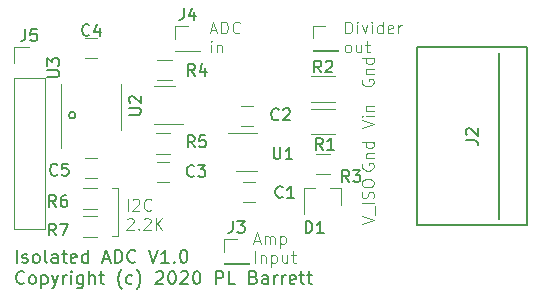
<source format=gbr>
%TF.GenerationSoftware,KiCad,Pcbnew,(5.1.6)-1*%
%TF.CreationDate,2020-11-03T17:55:30-08:00*%
%TF.ProjectId,adc_i2c_iso,6164635f-6932-4635-9f69-736f2e6b6963,rev?*%
%TF.SameCoordinates,Original*%
%TF.FileFunction,Legend,Top*%
%TF.FilePolarity,Positive*%
%FSLAX46Y46*%
G04 Gerber Fmt 4.6, Leading zero omitted, Abs format (unit mm)*
G04 Created by KiCad (PCBNEW (5.1.6)-1) date 2020-11-03 17:55:30*
%MOMM*%
%LPD*%
G01*
G04 APERTURE LIST*
%ADD10C,0.120000*%
%ADD11C,0.100000*%
%ADD12C,0.150000*%
G04 APERTURE END LIST*
D10*
X108316095Y-106142380D02*
X108316095Y-105142380D01*
X108744666Y-105237619D02*
X108792285Y-105190000D01*
X108887523Y-105142380D01*
X109125619Y-105142380D01*
X109220857Y-105190000D01*
X109268476Y-105237619D01*
X109316095Y-105332857D01*
X109316095Y-105428095D01*
X109268476Y-105570952D01*
X108697047Y-106142380D01*
X109316095Y-106142380D01*
X110316095Y-106047142D02*
X110268476Y-106094761D01*
X110125619Y-106142380D01*
X110030380Y-106142380D01*
X109887523Y-106094761D01*
X109792285Y-105999523D01*
X109744666Y-105904285D01*
X109697047Y-105713809D01*
X109697047Y-105570952D01*
X109744666Y-105380476D01*
X109792285Y-105285238D01*
X109887523Y-105190000D01*
X110030380Y-105142380D01*
X110125619Y-105142380D01*
X110268476Y-105190000D01*
X110316095Y-105237619D01*
X108268476Y-106857619D02*
X108316095Y-106810000D01*
X108411333Y-106762380D01*
X108649428Y-106762380D01*
X108744666Y-106810000D01*
X108792285Y-106857619D01*
X108839904Y-106952857D01*
X108839904Y-107048095D01*
X108792285Y-107190952D01*
X108220857Y-107762380D01*
X108839904Y-107762380D01*
X109268476Y-107667142D02*
X109316095Y-107714761D01*
X109268476Y-107762380D01*
X109220857Y-107714761D01*
X109268476Y-107667142D01*
X109268476Y-107762380D01*
X109697047Y-106857619D02*
X109744666Y-106810000D01*
X109839904Y-106762380D01*
X110078000Y-106762380D01*
X110173238Y-106810000D01*
X110220857Y-106857619D01*
X110268476Y-106952857D01*
X110268476Y-107048095D01*
X110220857Y-107190952D01*
X109649428Y-107762380D01*
X110268476Y-107762380D01*
X110697047Y-107762380D02*
X110697047Y-106762380D01*
X111268476Y-107762380D02*
X110839904Y-107190952D01*
X111268476Y-106762380D02*
X110697047Y-107333809D01*
X107500000Y-108250000D02*
X107000000Y-108250000D01*
X107500000Y-104250000D02*
X107500000Y-108250000D01*
X107000000Y-104250000D02*
X107500000Y-104250000D01*
X128161960Y-107293800D02*
X129161960Y-106960467D01*
X128161960Y-106627134D01*
X129257199Y-106531896D02*
X129257199Y-105769991D01*
X129161960Y-105531896D02*
X128161960Y-105531896D01*
X129114341Y-105103324D02*
X129161960Y-104960467D01*
X129161960Y-104722372D01*
X129114341Y-104627134D01*
X129066722Y-104579515D01*
X128971484Y-104531896D01*
X128876246Y-104531896D01*
X128781008Y-104579515D01*
X128733389Y-104627134D01*
X128685770Y-104722372D01*
X128638151Y-104912848D01*
X128590532Y-105008086D01*
X128542913Y-105055705D01*
X128447675Y-105103324D01*
X128352437Y-105103324D01*
X128257199Y-105055705D01*
X128209580Y-105008086D01*
X128161960Y-104912848D01*
X128161960Y-104674753D01*
X128209580Y-104531896D01*
X128161960Y-103912848D02*
X128161960Y-103722372D01*
X128209580Y-103627134D01*
X128304818Y-103531896D01*
X128495294Y-103484277D01*
X128828627Y-103484277D01*
X129019103Y-103531896D01*
X129114341Y-103627134D01*
X129161960Y-103722372D01*
X129161960Y-103912848D01*
X129114341Y-104008086D01*
X129019103Y-104103324D01*
X128828627Y-104150943D01*
X128495294Y-104150943D01*
X128304818Y-104103324D01*
X128209580Y-104008086D01*
X128161960Y-103912848D01*
X128161960Y-99161789D02*
X129161960Y-98828456D01*
X128161960Y-98495122D01*
X129161960Y-98161789D02*
X128495294Y-98161789D01*
X128161960Y-98161789D02*
X128209580Y-98209408D01*
X128257199Y-98161789D01*
X128209580Y-98114170D01*
X128161960Y-98161789D01*
X128257199Y-98161789D01*
X128495294Y-97685599D02*
X129161960Y-97685599D01*
X128590532Y-97685599D02*
X128542913Y-97637980D01*
X128495294Y-97542741D01*
X128495294Y-97399884D01*
X128542913Y-97304646D01*
X128638151Y-97257027D01*
X129161960Y-97257027D01*
X128209580Y-102174277D02*
X128161960Y-102269515D01*
X128161960Y-102412372D01*
X128209580Y-102555229D01*
X128304818Y-102650467D01*
X128400056Y-102698086D01*
X128590532Y-102745705D01*
X128733389Y-102745705D01*
X128923865Y-102698086D01*
X129019103Y-102650467D01*
X129114341Y-102555229D01*
X129161960Y-102412372D01*
X129161960Y-102317134D01*
X129114341Y-102174277D01*
X129066722Y-102126658D01*
X128733389Y-102126658D01*
X128733389Y-102317134D01*
X128495294Y-101698086D02*
X129161960Y-101698086D01*
X128590532Y-101698086D02*
X128542913Y-101650467D01*
X128495294Y-101555229D01*
X128495294Y-101412372D01*
X128542913Y-101317134D01*
X128638151Y-101269515D01*
X129161960Y-101269515D01*
X129161960Y-100364753D02*
X128161960Y-100364753D01*
X129114341Y-100364753D02*
X129161960Y-100459991D01*
X129161960Y-100650467D01*
X129114341Y-100745705D01*
X129066722Y-100793324D01*
X128971484Y-100840943D01*
X128685770Y-100840943D01*
X128590532Y-100793324D01*
X128542913Y-100745705D01*
X128495294Y-100650467D01*
X128495294Y-100459991D01*
X128542913Y-100364753D01*
X128209580Y-95049577D02*
X128161960Y-95144815D01*
X128161960Y-95287672D01*
X128209580Y-95430529D01*
X128304818Y-95525767D01*
X128400056Y-95573386D01*
X128590532Y-95621005D01*
X128733389Y-95621005D01*
X128923865Y-95573386D01*
X129019103Y-95525767D01*
X129114341Y-95430529D01*
X129161960Y-95287672D01*
X129161960Y-95192434D01*
X129114341Y-95049577D01*
X129066722Y-95001958D01*
X128733389Y-95001958D01*
X128733389Y-95192434D01*
X128495294Y-94573386D02*
X129161960Y-94573386D01*
X128590532Y-94573386D02*
X128542913Y-94525767D01*
X128495294Y-94430529D01*
X128495294Y-94287672D01*
X128542913Y-94192434D01*
X128638151Y-94144815D01*
X129161960Y-94144815D01*
X129161960Y-93240053D02*
X128161960Y-93240053D01*
X129114341Y-93240053D02*
X129161960Y-93335291D01*
X129161960Y-93525767D01*
X129114341Y-93621005D01*
X129066722Y-93668624D01*
X128971484Y-93716243D01*
X128685770Y-93716243D01*
X128590532Y-93668624D01*
X128542913Y-93621005D01*
X128495294Y-93525767D01*
X128495294Y-93335291D01*
X128542913Y-93240053D01*
X115353336Y-90847466D02*
X115829526Y-90847466D01*
X115258098Y-91133180D02*
X115591431Y-90133180D01*
X115924764Y-91133180D01*
X116258098Y-91133180D02*
X116258098Y-90133180D01*
X116496193Y-90133180D01*
X116639050Y-90180800D01*
X116734288Y-90276038D01*
X116781907Y-90371276D01*
X116829526Y-90561752D01*
X116829526Y-90704609D01*
X116781907Y-90895085D01*
X116734288Y-90990323D01*
X116639050Y-91085561D01*
X116496193Y-91133180D01*
X116258098Y-91133180D01*
X117829526Y-91037942D02*
X117781907Y-91085561D01*
X117639050Y-91133180D01*
X117543812Y-91133180D01*
X117400955Y-91085561D01*
X117305717Y-90990323D01*
X117258098Y-90895085D01*
X117210479Y-90704609D01*
X117210479Y-90561752D01*
X117258098Y-90371276D01*
X117305717Y-90276038D01*
X117400955Y-90180800D01*
X117543812Y-90133180D01*
X117639050Y-90133180D01*
X117781907Y-90180800D01*
X117829526Y-90228419D01*
X115400955Y-92753180D02*
X115400955Y-92086514D01*
X115400955Y-91753180D02*
X115353336Y-91800800D01*
X115400955Y-91848419D01*
X115448574Y-91800800D01*
X115400955Y-91753180D01*
X115400955Y-91848419D01*
X115877145Y-92086514D02*
X115877145Y-92753180D01*
X115877145Y-92181752D02*
X115924764Y-92134133D01*
X116020002Y-92086514D01*
X116162860Y-92086514D01*
X116258098Y-92134133D01*
X116305717Y-92229371D01*
X116305717Y-92753180D01*
X126767455Y-91133180D02*
X126767455Y-90133180D01*
X127005550Y-90133180D01*
X127148407Y-90180800D01*
X127243645Y-90276038D01*
X127291264Y-90371276D01*
X127338883Y-90561752D01*
X127338883Y-90704609D01*
X127291264Y-90895085D01*
X127243645Y-90990323D01*
X127148407Y-91085561D01*
X127005550Y-91133180D01*
X126767455Y-91133180D01*
X127767455Y-91133180D02*
X127767455Y-90466514D01*
X127767455Y-90133180D02*
X127719836Y-90180800D01*
X127767455Y-90228419D01*
X127815074Y-90180800D01*
X127767455Y-90133180D01*
X127767455Y-90228419D01*
X128148407Y-90466514D02*
X128386502Y-91133180D01*
X128624598Y-90466514D01*
X129005550Y-91133180D02*
X129005550Y-90466514D01*
X129005550Y-90133180D02*
X128957931Y-90180800D01*
X129005550Y-90228419D01*
X129053169Y-90180800D01*
X129005550Y-90133180D01*
X129005550Y-90228419D01*
X129910312Y-91133180D02*
X129910312Y-90133180D01*
X129910312Y-91085561D02*
X129815074Y-91133180D01*
X129624598Y-91133180D01*
X129529360Y-91085561D01*
X129481740Y-91037942D01*
X129434121Y-90942704D01*
X129434121Y-90656990D01*
X129481740Y-90561752D01*
X129529360Y-90514133D01*
X129624598Y-90466514D01*
X129815074Y-90466514D01*
X129910312Y-90514133D01*
X130767455Y-91085561D02*
X130672217Y-91133180D01*
X130481740Y-91133180D01*
X130386502Y-91085561D01*
X130338883Y-90990323D01*
X130338883Y-90609371D01*
X130386502Y-90514133D01*
X130481740Y-90466514D01*
X130672217Y-90466514D01*
X130767455Y-90514133D01*
X130815074Y-90609371D01*
X130815074Y-90704609D01*
X130338883Y-90799847D01*
X131243645Y-91133180D02*
X131243645Y-90466514D01*
X131243645Y-90656990D02*
X131291264Y-90561752D01*
X131338883Y-90514133D01*
X131434121Y-90466514D01*
X131529360Y-90466514D01*
X126910312Y-92753180D02*
X126815074Y-92705561D01*
X126767455Y-92657942D01*
X126719836Y-92562704D01*
X126719836Y-92276990D01*
X126767455Y-92181752D01*
X126815074Y-92134133D01*
X126910312Y-92086514D01*
X127053169Y-92086514D01*
X127148407Y-92134133D01*
X127196026Y-92181752D01*
X127243645Y-92276990D01*
X127243645Y-92562704D01*
X127196026Y-92657942D01*
X127148407Y-92705561D01*
X127053169Y-92753180D01*
X126910312Y-92753180D01*
X128100788Y-92086514D02*
X128100788Y-92753180D01*
X127672217Y-92086514D02*
X127672217Y-92610323D01*
X127719836Y-92705561D01*
X127815074Y-92753180D01*
X127957931Y-92753180D01*
X128053169Y-92705561D01*
X128100788Y-92657942D01*
X128434121Y-92086514D02*
X128815074Y-92086514D01*
X128576979Y-91753180D02*
X128576979Y-92610323D01*
X128624598Y-92705561D01*
X128719836Y-92753180D01*
X128815074Y-92753180D01*
D11*
X119023664Y-108683186D02*
X119499855Y-108683186D01*
X118928426Y-108968900D02*
X119261760Y-107968900D01*
X119595093Y-108968900D01*
X119928426Y-108968900D02*
X119928426Y-108302234D01*
X119928426Y-108397472D02*
X119976045Y-108349853D01*
X120071283Y-108302234D01*
X120214140Y-108302234D01*
X120309379Y-108349853D01*
X120356998Y-108445091D01*
X120356998Y-108968900D01*
X120356998Y-108445091D02*
X120404617Y-108349853D01*
X120499855Y-108302234D01*
X120642712Y-108302234D01*
X120737950Y-108349853D01*
X120785569Y-108445091D01*
X120785569Y-108968900D01*
X121261760Y-108302234D02*
X121261760Y-109302234D01*
X121261760Y-108349853D02*
X121356998Y-108302234D01*
X121547474Y-108302234D01*
X121642712Y-108349853D01*
X121690331Y-108397472D01*
X121737950Y-108492710D01*
X121737950Y-108778424D01*
X121690331Y-108873662D01*
X121642712Y-108921281D01*
X121547474Y-108968900D01*
X121356998Y-108968900D01*
X121261760Y-108921281D01*
X119118902Y-110568900D02*
X119118902Y-109568900D01*
X119595093Y-109902234D02*
X119595093Y-110568900D01*
X119595093Y-109997472D02*
X119642712Y-109949853D01*
X119737950Y-109902234D01*
X119880807Y-109902234D01*
X119976045Y-109949853D01*
X120023664Y-110045091D01*
X120023664Y-110568900D01*
X120499855Y-109902234D02*
X120499855Y-110902234D01*
X120499855Y-109949853D02*
X120595093Y-109902234D01*
X120785569Y-109902234D01*
X120880807Y-109949853D01*
X120928426Y-109997472D01*
X120976045Y-110092710D01*
X120976045Y-110378424D01*
X120928426Y-110473662D01*
X120880807Y-110521281D01*
X120785569Y-110568900D01*
X120595093Y-110568900D01*
X120499855Y-110521281D01*
X121833188Y-109902234D02*
X121833188Y-110568900D01*
X121404617Y-109902234D02*
X121404617Y-110426043D01*
X121452236Y-110521281D01*
X121547474Y-110568900D01*
X121690331Y-110568900D01*
X121785569Y-110521281D01*
X121833188Y-110473662D01*
X122166521Y-109902234D02*
X122547474Y-109902234D01*
X122309379Y-109568900D02*
X122309379Y-110426043D01*
X122356998Y-110521281D01*
X122452236Y-110568900D01*
X122547474Y-110568900D01*
D12*
X98934264Y-110560059D02*
X98934264Y-109460059D01*
X99405693Y-110507678D02*
X99510455Y-110560059D01*
X99719979Y-110560059D01*
X99824740Y-110507678D01*
X99877121Y-110402916D01*
X99877121Y-110350535D01*
X99824740Y-110245773D01*
X99719979Y-110193392D01*
X99562836Y-110193392D01*
X99458074Y-110141011D01*
X99405693Y-110036249D01*
X99405693Y-109983868D01*
X99458074Y-109879106D01*
X99562836Y-109826725D01*
X99719979Y-109826725D01*
X99824740Y-109879106D01*
X100505693Y-110560059D02*
X100400931Y-110507678D01*
X100348550Y-110455297D01*
X100296169Y-110350535D01*
X100296169Y-110036249D01*
X100348550Y-109931487D01*
X100400931Y-109879106D01*
X100505693Y-109826725D01*
X100662836Y-109826725D01*
X100767598Y-109879106D01*
X100819979Y-109931487D01*
X100872360Y-110036249D01*
X100872360Y-110350535D01*
X100819979Y-110455297D01*
X100767598Y-110507678D01*
X100662836Y-110560059D01*
X100505693Y-110560059D01*
X101500931Y-110560059D02*
X101396169Y-110507678D01*
X101343788Y-110402916D01*
X101343788Y-109460059D01*
X102391407Y-110560059D02*
X102391407Y-109983868D01*
X102339026Y-109879106D01*
X102234264Y-109826725D01*
X102024740Y-109826725D01*
X101919979Y-109879106D01*
X102391407Y-110507678D02*
X102286645Y-110560059D01*
X102024740Y-110560059D01*
X101919979Y-110507678D01*
X101867598Y-110402916D01*
X101867598Y-110298154D01*
X101919979Y-110193392D01*
X102024740Y-110141011D01*
X102286645Y-110141011D01*
X102391407Y-110088630D01*
X102758074Y-109826725D02*
X103177121Y-109826725D01*
X102915217Y-109460059D02*
X102915217Y-110402916D01*
X102967598Y-110507678D01*
X103072360Y-110560059D01*
X103177121Y-110560059D01*
X103962836Y-110507678D02*
X103858074Y-110560059D01*
X103648550Y-110560059D01*
X103543788Y-110507678D01*
X103491407Y-110402916D01*
X103491407Y-109983868D01*
X103543788Y-109879106D01*
X103648550Y-109826725D01*
X103858074Y-109826725D01*
X103962836Y-109879106D01*
X104015217Y-109983868D01*
X104015217Y-110088630D01*
X103491407Y-110193392D01*
X104958074Y-110560059D02*
X104958074Y-109460059D01*
X104958074Y-110507678D02*
X104853312Y-110560059D01*
X104643788Y-110560059D01*
X104539026Y-110507678D01*
X104486645Y-110455297D01*
X104434264Y-110350535D01*
X104434264Y-110036249D01*
X104486645Y-109931487D01*
X104539026Y-109879106D01*
X104643788Y-109826725D01*
X104853312Y-109826725D01*
X104958074Y-109879106D01*
X106267598Y-110245773D02*
X106791407Y-110245773D01*
X106162836Y-110560059D02*
X106529502Y-109460059D01*
X106896169Y-110560059D01*
X107262836Y-110560059D02*
X107262836Y-109460059D01*
X107524740Y-109460059D01*
X107681883Y-109512440D01*
X107786645Y-109617201D01*
X107839026Y-109721963D01*
X107891407Y-109931487D01*
X107891407Y-110088630D01*
X107839026Y-110298154D01*
X107786645Y-110402916D01*
X107681883Y-110507678D01*
X107524740Y-110560059D01*
X107262836Y-110560059D01*
X108991407Y-110455297D02*
X108939026Y-110507678D01*
X108781883Y-110560059D01*
X108677121Y-110560059D01*
X108519979Y-110507678D01*
X108415217Y-110402916D01*
X108362836Y-110298154D01*
X108310455Y-110088630D01*
X108310455Y-109931487D01*
X108362836Y-109721963D01*
X108415217Y-109617201D01*
X108519979Y-109512440D01*
X108677121Y-109460059D01*
X108781883Y-109460059D01*
X108939026Y-109512440D01*
X108991407Y-109564820D01*
X110143788Y-109460059D02*
X110510455Y-110560059D01*
X110877121Y-109460059D01*
X111819979Y-110560059D02*
X111191407Y-110560059D01*
X111505693Y-110560059D02*
X111505693Y-109460059D01*
X111400931Y-109617201D01*
X111296169Y-109721963D01*
X111191407Y-109774344D01*
X112291407Y-110455297D02*
X112343788Y-110507678D01*
X112291407Y-110560059D01*
X112239026Y-110507678D01*
X112291407Y-110455297D01*
X112291407Y-110560059D01*
X113024740Y-109460059D02*
X113129502Y-109460059D01*
X113234264Y-109512440D01*
X113286645Y-109564820D01*
X113339026Y-109669582D01*
X113391407Y-109879106D01*
X113391407Y-110141011D01*
X113339026Y-110350535D01*
X113286645Y-110455297D01*
X113234264Y-110507678D01*
X113129502Y-110560059D01*
X113024740Y-110560059D01*
X112919979Y-110507678D01*
X112867598Y-110455297D01*
X112815217Y-110350535D01*
X112762836Y-110141011D01*
X112762836Y-109879106D01*
X112815217Y-109669582D01*
X112867598Y-109564820D01*
X112919979Y-109512440D01*
X113024740Y-109460059D01*
X99562836Y-112255297D02*
X99510455Y-112307678D01*
X99353312Y-112360059D01*
X99248550Y-112360059D01*
X99091407Y-112307678D01*
X98986645Y-112202916D01*
X98934264Y-112098154D01*
X98881883Y-111888630D01*
X98881883Y-111731487D01*
X98934264Y-111521963D01*
X98986645Y-111417201D01*
X99091407Y-111312440D01*
X99248550Y-111260059D01*
X99353312Y-111260059D01*
X99510455Y-111312440D01*
X99562836Y-111364820D01*
X100191407Y-112360059D02*
X100086645Y-112307678D01*
X100034264Y-112255297D01*
X99981883Y-112150535D01*
X99981883Y-111836249D01*
X100034264Y-111731487D01*
X100086645Y-111679106D01*
X100191407Y-111626725D01*
X100348550Y-111626725D01*
X100453312Y-111679106D01*
X100505693Y-111731487D01*
X100558074Y-111836249D01*
X100558074Y-112150535D01*
X100505693Y-112255297D01*
X100453312Y-112307678D01*
X100348550Y-112360059D01*
X100191407Y-112360059D01*
X101029502Y-111626725D02*
X101029502Y-112726725D01*
X101029502Y-111679106D02*
X101134264Y-111626725D01*
X101343788Y-111626725D01*
X101448550Y-111679106D01*
X101500931Y-111731487D01*
X101553312Y-111836249D01*
X101553312Y-112150535D01*
X101500931Y-112255297D01*
X101448550Y-112307678D01*
X101343788Y-112360059D01*
X101134264Y-112360059D01*
X101029502Y-112307678D01*
X101919979Y-111626725D02*
X102181883Y-112360059D01*
X102443788Y-111626725D02*
X102181883Y-112360059D01*
X102077121Y-112621963D01*
X102024740Y-112674344D01*
X101919979Y-112726725D01*
X102862836Y-112360059D02*
X102862836Y-111626725D01*
X102862836Y-111836249D02*
X102915217Y-111731487D01*
X102967598Y-111679106D01*
X103072360Y-111626725D01*
X103177121Y-111626725D01*
X103543788Y-112360059D02*
X103543788Y-111626725D01*
X103543788Y-111260059D02*
X103491407Y-111312440D01*
X103543788Y-111364820D01*
X103596169Y-111312440D01*
X103543788Y-111260059D01*
X103543788Y-111364820D01*
X104539026Y-111626725D02*
X104539026Y-112517201D01*
X104486645Y-112621963D01*
X104434264Y-112674344D01*
X104329502Y-112726725D01*
X104172360Y-112726725D01*
X104067598Y-112674344D01*
X104539026Y-112307678D02*
X104434264Y-112360059D01*
X104224740Y-112360059D01*
X104119979Y-112307678D01*
X104067598Y-112255297D01*
X104015217Y-112150535D01*
X104015217Y-111836249D01*
X104067598Y-111731487D01*
X104119979Y-111679106D01*
X104224740Y-111626725D01*
X104434264Y-111626725D01*
X104539026Y-111679106D01*
X105062836Y-112360059D02*
X105062836Y-111260059D01*
X105534264Y-112360059D02*
X105534264Y-111783868D01*
X105481883Y-111679106D01*
X105377121Y-111626725D01*
X105219979Y-111626725D01*
X105115217Y-111679106D01*
X105062836Y-111731487D01*
X105900931Y-111626725D02*
X106319979Y-111626725D01*
X106058074Y-111260059D02*
X106058074Y-112202916D01*
X106110455Y-112307678D01*
X106215217Y-112360059D01*
X106319979Y-112360059D01*
X107839026Y-112779106D02*
X107786645Y-112726725D01*
X107681883Y-112569582D01*
X107629502Y-112464820D01*
X107577121Y-112307678D01*
X107524740Y-112045773D01*
X107524740Y-111836249D01*
X107577121Y-111574344D01*
X107629502Y-111417201D01*
X107681883Y-111312440D01*
X107786645Y-111155297D01*
X107839026Y-111102916D01*
X108729502Y-112307678D02*
X108624740Y-112360059D01*
X108415217Y-112360059D01*
X108310455Y-112307678D01*
X108258074Y-112255297D01*
X108205693Y-112150535D01*
X108205693Y-111836249D01*
X108258074Y-111731487D01*
X108310455Y-111679106D01*
X108415217Y-111626725D01*
X108624740Y-111626725D01*
X108729502Y-111679106D01*
X109096169Y-112779106D02*
X109148550Y-112726725D01*
X109253312Y-112569582D01*
X109305693Y-112464820D01*
X109358074Y-112307678D01*
X109410455Y-112045773D01*
X109410455Y-111836249D01*
X109358074Y-111574344D01*
X109305693Y-111417201D01*
X109253312Y-111312440D01*
X109148550Y-111155297D01*
X109096169Y-111102916D01*
X110719979Y-111364820D02*
X110772360Y-111312440D01*
X110877121Y-111260059D01*
X111139026Y-111260059D01*
X111243788Y-111312440D01*
X111296169Y-111364820D01*
X111348550Y-111469582D01*
X111348550Y-111574344D01*
X111296169Y-111731487D01*
X110667598Y-112360059D01*
X111348550Y-112360059D01*
X112029502Y-111260059D02*
X112134264Y-111260059D01*
X112239026Y-111312440D01*
X112291407Y-111364820D01*
X112343788Y-111469582D01*
X112396169Y-111679106D01*
X112396169Y-111941011D01*
X112343788Y-112150535D01*
X112291407Y-112255297D01*
X112239026Y-112307678D01*
X112134264Y-112360059D01*
X112029502Y-112360059D01*
X111924740Y-112307678D01*
X111872360Y-112255297D01*
X111819979Y-112150535D01*
X111767598Y-111941011D01*
X111767598Y-111679106D01*
X111819979Y-111469582D01*
X111872360Y-111364820D01*
X111924740Y-111312440D01*
X112029502Y-111260059D01*
X112815217Y-111364820D02*
X112867598Y-111312440D01*
X112972360Y-111260059D01*
X113234264Y-111260059D01*
X113339026Y-111312440D01*
X113391407Y-111364820D01*
X113443788Y-111469582D01*
X113443788Y-111574344D01*
X113391407Y-111731487D01*
X112762836Y-112360059D01*
X113443788Y-112360059D01*
X114124740Y-111260059D02*
X114229502Y-111260059D01*
X114334264Y-111312440D01*
X114386645Y-111364820D01*
X114439026Y-111469582D01*
X114491407Y-111679106D01*
X114491407Y-111941011D01*
X114439026Y-112150535D01*
X114386645Y-112255297D01*
X114334264Y-112307678D01*
X114229502Y-112360059D01*
X114124740Y-112360059D01*
X114019979Y-112307678D01*
X113967598Y-112255297D01*
X113915217Y-112150535D01*
X113862836Y-111941011D01*
X113862836Y-111679106D01*
X113915217Y-111469582D01*
X113967598Y-111364820D01*
X114019979Y-111312440D01*
X114124740Y-111260059D01*
X115800931Y-112360059D02*
X115800931Y-111260059D01*
X116219979Y-111260059D01*
X116324740Y-111312440D01*
X116377121Y-111364820D01*
X116429502Y-111469582D01*
X116429502Y-111626725D01*
X116377121Y-111731487D01*
X116324740Y-111783868D01*
X116219979Y-111836249D01*
X115800931Y-111836249D01*
X117424740Y-112360059D02*
X116900931Y-112360059D01*
X116900931Y-111260059D01*
X118996169Y-111783868D02*
X119153312Y-111836249D01*
X119205693Y-111888630D01*
X119258074Y-111993392D01*
X119258074Y-112150535D01*
X119205693Y-112255297D01*
X119153312Y-112307678D01*
X119048550Y-112360059D01*
X118629502Y-112360059D01*
X118629502Y-111260059D01*
X118996169Y-111260059D01*
X119100931Y-111312440D01*
X119153312Y-111364820D01*
X119205693Y-111469582D01*
X119205693Y-111574344D01*
X119153312Y-111679106D01*
X119100931Y-111731487D01*
X118996169Y-111783868D01*
X118629502Y-111783868D01*
X120200931Y-112360059D02*
X120200931Y-111783868D01*
X120148550Y-111679106D01*
X120043788Y-111626725D01*
X119834264Y-111626725D01*
X119729502Y-111679106D01*
X120200931Y-112307678D02*
X120096169Y-112360059D01*
X119834264Y-112360059D01*
X119729502Y-112307678D01*
X119677121Y-112202916D01*
X119677121Y-112098154D01*
X119729502Y-111993392D01*
X119834264Y-111941011D01*
X120096169Y-111941011D01*
X120200931Y-111888630D01*
X120724740Y-112360059D02*
X120724740Y-111626725D01*
X120724740Y-111836249D02*
X120777121Y-111731487D01*
X120829502Y-111679106D01*
X120934264Y-111626725D01*
X121039026Y-111626725D01*
X121405693Y-112360059D02*
X121405693Y-111626725D01*
X121405693Y-111836249D02*
X121458074Y-111731487D01*
X121510455Y-111679106D01*
X121615217Y-111626725D01*
X121719979Y-111626725D01*
X122505693Y-112307678D02*
X122400931Y-112360059D01*
X122191407Y-112360059D01*
X122086645Y-112307678D01*
X122034264Y-112202916D01*
X122034264Y-111783868D01*
X122086645Y-111679106D01*
X122191407Y-111626725D01*
X122400931Y-111626725D01*
X122505693Y-111679106D01*
X122558074Y-111783868D01*
X122558074Y-111888630D01*
X122034264Y-111993392D01*
X122872360Y-111626725D02*
X123291407Y-111626725D01*
X123029502Y-111260059D02*
X123029502Y-112202916D01*
X123081883Y-112307678D01*
X123186645Y-112360059D01*
X123291407Y-112360059D01*
X123500931Y-111626725D02*
X123919979Y-111626725D01*
X123658074Y-111260059D02*
X123658074Y-112202916D01*
X123710455Y-112307678D01*
X123815217Y-112360059D01*
X123919979Y-112360059D01*
D10*
%TO.C,U3*%
X107792200Y-97358200D02*
X107792200Y-95408200D01*
X107792200Y-97358200D02*
X107792200Y-99308200D01*
X102672200Y-97358200D02*
X102672200Y-95408200D01*
X102672200Y-97358200D02*
X102672200Y-100808200D01*
D12*
X103915043Y-98058200D02*
G75*
G03*
X103915043Y-98058200I-282843J0D01*
G01*
D10*
%TO.C,J4*%
X112353540Y-90540020D02*
X113413540Y-90540020D01*
X112353540Y-91600020D02*
X112353540Y-90540020D01*
X112353540Y-92600020D02*
X114473540Y-92600020D01*
X114473540Y-92600020D02*
X114473540Y-92660020D01*
X112353540Y-92600020D02*
X112353540Y-92660020D01*
X112353540Y-92660020D02*
X114473540Y-92660020D01*
%TO.C,J3*%
X116498820Y-108553700D02*
X117558820Y-108553700D01*
X116498820Y-109613700D02*
X116498820Y-108553700D01*
X116498820Y-110613700D02*
X118618820Y-110613700D01*
X118618820Y-110613700D02*
X118618820Y-110673700D01*
X116498820Y-110613700D02*
X116498820Y-110673700D01*
X116498820Y-110673700D02*
X118618820Y-110673700D01*
%TO.C,J1*%
X124012140Y-90489220D02*
X125072140Y-90489220D01*
X124012140Y-91549220D02*
X124012140Y-90489220D01*
X124012140Y-92549220D02*
X126132140Y-92549220D01*
X126132140Y-92549220D02*
X126132140Y-92609220D01*
X124012140Y-92549220D02*
X124012140Y-92609220D01*
X124012140Y-92609220D02*
X126132140Y-92609220D01*
%TO.C,D1*%
X126431160Y-104228360D02*
X125501160Y-104228360D01*
X123271160Y-104228360D02*
X124201160Y-104228360D01*
X123271160Y-104228360D02*
X123271160Y-106388360D01*
X126431160Y-104228360D02*
X126431160Y-105688360D01*
%TO.C,U1*%
X119307180Y-99586140D02*
X116857180Y-99586140D01*
X117507180Y-102806140D02*
X119307180Y-102806140D01*
%TO.C,R7*%
X105730600Y-108398200D02*
X104530600Y-108398200D01*
X104530600Y-106638200D02*
X105730600Y-106638200D01*
%TO.C,R6*%
X105730600Y-105985200D02*
X104530600Y-105985200D01*
X104530600Y-104225200D02*
X105730600Y-104225200D01*
%TO.C,R5*%
X111953600Y-101337000D02*
X110753600Y-101337000D01*
X110753600Y-99577000D02*
X111953600Y-99577000D01*
%TO.C,R4*%
X112055200Y-95114000D02*
X110855200Y-95114000D01*
X110855200Y-93354000D02*
X112055200Y-93354000D01*
%TO.C,R3*%
X125458780Y-103076900D02*
X124258780Y-103076900D01*
X124258780Y-101316900D02*
X125458780Y-101316900D01*
%TO.C,R2*%
X123851160Y-94771820D02*
X125851160Y-94771820D01*
X125851160Y-96911820D02*
X123851160Y-96911820D01*
%TO.C,R1*%
X125851160Y-99655020D02*
X123851160Y-99655020D01*
X123851160Y-97515020D02*
X125851160Y-97515020D01*
%TO.C,J5*%
X98670000Y-92320000D02*
X100000000Y-92320000D01*
X98670000Y-93650000D02*
X98670000Y-92320000D01*
X98670000Y-94920000D02*
X101330000Y-94920000D01*
X101330000Y-94920000D02*
X101330000Y-107680000D01*
X98670000Y-94920000D02*
X98670000Y-107680000D01*
X98670000Y-107680000D02*
X101330000Y-107680000D01*
D12*
%TO.C,J2*%
X132800000Y-92269800D02*
X132800000Y-107389800D01*
X142100000Y-92269800D02*
X132800000Y-92269800D01*
X142100000Y-107389800D02*
X142100000Y-92269800D01*
X132800000Y-107389800D02*
X142100000Y-107389800D01*
X139800000Y-106829800D02*
X139800000Y-92829800D01*
D10*
%TO.C,U2*%
X110529800Y-98815800D02*
X112979800Y-98815800D01*
X112329800Y-95595800D02*
X110529800Y-95595800D01*
%TO.C,C5*%
X104706800Y-103364400D02*
X105706800Y-103364400D01*
X105706800Y-101664400D02*
X104706800Y-101664400D01*
%TO.C,C4*%
X104757600Y-93255200D02*
X105757600Y-93255200D01*
X105757600Y-91555200D02*
X104757600Y-91555200D01*
%TO.C,C3*%
X111853600Y-102020000D02*
X110853600Y-102020000D01*
X110853600Y-103720000D02*
X111853600Y-103720000D01*
%TO.C,C2*%
X117907180Y-98947340D02*
X118907180Y-98947340D01*
X118907180Y-97247340D02*
X117907180Y-97247340D01*
%TO.C,C1*%
X118110380Y-105393860D02*
X119110380Y-105393860D01*
X119110380Y-103693860D02*
X118110380Y-103693860D01*
%TD*%
%TO.C,U3*%
D12*
X101534980Y-94828264D02*
X102344504Y-94828264D01*
X102439742Y-94780645D01*
X102487361Y-94733026D01*
X102534980Y-94637788D01*
X102534980Y-94447312D01*
X102487361Y-94352074D01*
X102439742Y-94304455D01*
X102344504Y-94256836D01*
X101534980Y-94256836D01*
X101534980Y-93875883D02*
X101534980Y-93256836D01*
X101915933Y-93590169D01*
X101915933Y-93447312D01*
X101963552Y-93352074D01*
X102011171Y-93304455D01*
X102106409Y-93256836D01*
X102344504Y-93256836D01*
X102439742Y-93304455D01*
X102487361Y-93352074D01*
X102534980Y-93447312D01*
X102534980Y-93733026D01*
X102487361Y-93828264D01*
X102439742Y-93875883D01*
%TO.C,J4*%
X113080206Y-88992400D02*
X113080206Y-89706686D01*
X113032587Y-89849543D01*
X112937349Y-89944781D01*
X112794492Y-89992400D01*
X112699254Y-89992400D01*
X113984968Y-89325734D02*
X113984968Y-89992400D01*
X113746873Y-88944781D02*
X113508778Y-89659067D01*
X114127825Y-89659067D01*
%TO.C,J3*%
X117225486Y-107006080D02*
X117225486Y-107720366D01*
X117177867Y-107863223D01*
X117082629Y-107958461D01*
X116939772Y-108006080D01*
X116844534Y-108006080D01*
X117606439Y-107006080D02*
X118225486Y-107006080D01*
X117892153Y-107387033D01*
X118035010Y-107387033D01*
X118130248Y-107434652D01*
X118177867Y-107482271D01*
X118225486Y-107577509D01*
X118225486Y-107815604D01*
X118177867Y-107910842D01*
X118130248Y-107958461D01*
X118035010Y-108006080D01*
X117749296Y-108006080D01*
X117654058Y-107958461D01*
X117606439Y-107910842D01*
%TO.C,D1*%
X123401864Y-108034080D02*
X123401864Y-107034080D01*
X123639960Y-107034080D01*
X123782817Y-107081700D01*
X123878055Y-107176938D01*
X123925674Y-107272176D01*
X123973293Y-107462652D01*
X123973293Y-107605509D01*
X123925674Y-107795985D01*
X123878055Y-107891223D01*
X123782817Y-107986461D01*
X123639960Y-108034080D01*
X123401864Y-108034080D01*
X124925674Y-108034080D02*
X124354245Y-108034080D01*
X124639960Y-108034080D02*
X124639960Y-107034080D01*
X124544721Y-107176938D01*
X124449483Y-107272176D01*
X124354245Y-107319795D01*
%TO.C,U1*%
X120693275Y-100765360D02*
X120693275Y-101574884D01*
X120740894Y-101670122D01*
X120788513Y-101717741D01*
X120883751Y-101765360D01*
X121074227Y-101765360D01*
X121169465Y-101717741D01*
X121217084Y-101670122D01*
X121264703Y-101574884D01*
X121264703Y-100765360D01*
X122264703Y-101765360D02*
X121693275Y-101765360D01*
X121978989Y-101765360D02*
X121978989Y-100765360D01*
X121883751Y-100908218D01*
X121788513Y-101003456D01*
X121693275Y-101051075D01*
%TO.C,R7*%
X102266453Y-108244900D02*
X101933120Y-107768710D01*
X101695024Y-108244900D02*
X101695024Y-107244900D01*
X102075977Y-107244900D01*
X102171215Y-107292520D01*
X102218834Y-107340139D01*
X102266453Y-107435377D01*
X102266453Y-107578234D01*
X102218834Y-107673472D01*
X102171215Y-107721091D01*
X102075977Y-107768710D01*
X101695024Y-107768710D01*
X102599786Y-107244900D02*
X103266453Y-107244900D01*
X102837881Y-108244900D01*
%TO.C,R6*%
X102266453Y-105831900D02*
X101933120Y-105355710D01*
X101695024Y-105831900D02*
X101695024Y-104831900D01*
X102075977Y-104831900D01*
X102171215Y-104879520D01*
X102218834Y-104927139D01*
X102266453Y-105022377D01*
X102266453Y-105165234D01*
X102218834Y-105260472D01*
X102171215Y-105308091D01*
X102075977Y-105355710D01*
X101695024Y-105355710D01*
X103123596Y-104831900D02*
X102933120Y-104831900D01*
X102837881Y-104879520D01*
X102790262Y-104927139D01*
X102695024Y-105069996D01*
X102647405Y-105260472D01*
X102647405Y-105641424D01*
X102695024Y-105736662D01*
X102742643Y-105784281D01*
X102837881Y-105831900D01*
X103028358Y-105831900D01*
X103123596Y-105784281D01*
X103171215Y-105736662D01*
X103218834Y-105641424D01*
X103218834Y-105403329D01*
X103171215Y-105308091D01*
X103123596Y-105260472D01*
X103028358Y-105212853D01*
X102837881Y-105212853D01*
X102742643Y-105260472D01*
X102695024Y-105308091D01*
X102647405Y-105403329D01*
%TO.C,R5*%
X113993633Y-100779840D02*
X113660300Y-100303650D01*
X113422204Y-100779840D02*
X113422204Y-99779840D01*
X113803157Y-99779840D01*
X113898395Y-99827460D01*
X113946014Y-99875079D01*
X113993633Y-99970317D01*
X113993633Y-100113174D01*
X113946014Y-100208412D01*
X113898395Y-100256031D01*
X113803157Y-100303650D01*
X113422204Y-100303650D01*
X114898395Y-99779840D02*
X114422204Y-99779840D01*
X114374585Y-100256031D01*
X114422204Y-100208412D01*
X114517442Y-100160793D01*
X114755538Y-100160793D01*
X114850776Y-100208412D01*
X114898395Y-100256031D01*
X114946014Y-100351269D01*
X114946014Y-100589364D01*
X114898395Y-100684602D01*
X114850776Y-100732221D01*
X114755538Y-100779840D01*
X114517442Y-100779840D01*
X114422204Y-100732221D01*
X114374585Y-100684602D01*
%TO.C,R4*%
X114034273Y-94729560D02*
X113700940Y-94253370D01*
X113462844Y-94729560D02*
X113462844Y-93729560D01*
X113843797Y-93729560D01*
X113939035Y-93777180D01*
X113986654Y-93824799D01*
X114034273Y-93920037D01*
X114034273Y-94062894D01*
X113986654Y-94158132D01*
X113939035Y-94205751D01*
X113843797Y-94253370D01*
X113462844Y-94253370D01*
X114891416Y-94062894D02*
X114891416Y-94729560D01*
X114653320Y-93681941D02*
X114415225Y-94396227D01*
X115034273Y-94396227D01*
%TO.C,R3*%
X127083333Y-103702380D02*
X126750000Y-103226190D01*
X126511904Y-103702380D02*
X126511904Y-102702380D01*
X126892857Y-102702380D01*
X126988095Y-102750000D01*
X127035714Y-102797619D01*
X127083333Y-102892857D01*
X127083333Y-103035714D01*
X127035714Y-103130952D01*
X126988095Y-103178571D01*
X126892857Y-103226190D01*
X126511904Y-103226190D01*
X127416666Y-102702380D02*
X128035714Y-102702380D01*
X127702380Y-103083333D01*
X127845238Y-103083333D01*
X127940476Y-103130952D01*
X127988095Y-103178571D01*
X128035714Y-103273809D01*
X128035714Y-103511904D01*
X127988095Y-103607142D01*
X127940476Y-103654761D01*
X127845238Y-103702380D01*
X127559523Y-103702380D01*
X127464285Y-103654761D01*
X127416666Y-103607142D01*
%TO.C,R2*%
X124717513Y-94440000D02*
X124384180Y-93963810D01*
X124146084Y-94440000D02*
X124146084Y-93440000D01*
X124527037Y-93440000D01*
X124622275Y-93487620D01*
X124669894Y-93535239D01*
X124717513Y-93630477D01*
X124717513Y-93773334D01*
X124669894Y-93868572D01*
X124622275Y-93916191D01*
X124527037Y-93963810D01*
X124146084Y-93963810D01*
X125098465Y-93535239D02*
X125146084Y-93487620D01*
X125241322Y-93440000D01*
X125479418Y-93440000D01*
X125574656Y-93487620D01*
X125622275Y-93535239D01*
X125669894Y-93630477D01*
X125669894Y-93725715D01*
X125622275Y-93868572D01*
X125050846Y-94440000D01*
X125669894Y-94440000D01*
%TO.C,R1*%
X124844513Y-101000820D02*
X124511180Y-100524630D01*
X124273084Y-101000820D02*
X124273084Y-100000820D01*
X124654037Y-100000820D01*
X124749275Y-100048440D01*
X124796894Y-100096059D01*
X124844513Y-100191297D01*
X124844513Y-100334154D01*
X124796894Y-100429392D01*
X124749275Y-100477011D01*
X124654037Y-100524630D01*
X124273084Y-100524630D01*
X125796894Y-101000820D02*
X125225465Y-101000820D01*
X125511180Y-101000820D02*
X125511180Y-100000820D01*
X125415941Y-100143678D01*
X125320703Y-100238916D01*
X125225465Y-100286535D01*
%TO.C,J5*%
X99666666Y-90772380D02*
X99666666Y-91486666D01*
X99619047Y-91629523D01*
X99523809Y-91724761D01*
X99380952Y-91772380D01*
X99285714Y-91772380D01*
X100619047Y-90772380D02*
X100142857Y-90772380D01*
X100095238Y-91248571D01*
X100142857Y-91200952D01*
X100238095Y-91153333D01*
X100476190Y-91153333D01*
X100571428Y-91200952D01*
X100619047Y-91248571D01*
X100666666Y-91343809D01*
X100666666Y-91581904D01*
X100619047Y-91677142D01*
X100571428Y-91724761D01*
X100476190Y-91772380D01*
X100238095Y-91772380D01*
X100142857Y-91724761D01*
X100095238Y-91677142D01*
%TO.C,J2*%
X136952380Y-100163133D02*
X137666666Y-100163133D01*
X137809523Y-100210752D01*
X137904761Y-100305990D01*
X137952380Y-100448847D01*
X137952380Y-100544085D01*
X137047619Y-99734561D02*
X137000000Y-99686942D01*
X136952380Y-99591704D01*
X136952380Y-99353609D01*
X137000000Y-99258371D01*
X137047619Y-99210752D01*
X137142857Y-99163133D01*
X137238095Y-99163133D01*
X137380952Y-99210752D01*
X137952380Y-99782180D01*
X137952380Y-99163133D01*
%TO.C,U2*%
X108452380Y-98011904D02*
X109261904Y-98011904D01*
X109357142Y-97964285D01*
X109404761Y-97916666D01*
X109452380Y-97821428D01*
X109452380Y-97630952D01*
X109404761Y-97535714D01*
X109357142Y-97488095D01*
X109261904Y-97440476D01*
X108452380Y-97440476D01*
X108547619Y-97011904D02*
X108500000Y-96964285D01*
X108452380Y-96869047D01*
X108452380Y-96630952D01*
X108500000Y-96535714D01*
X108547619Y-96488095D01*
X108642857Y-96440476D01*
X108738095Y-96440476D01*
X108880952Y-96488095D01*
X109452380Y-97059523D01*
X109452380Y-96440476D01*
%TO.C,C5*%
X102373133Y-103079822D02*
X102325514Y-103127441D01*
X102182657Y-103175060D01*
X102087419Y-103175060D01*
X101944561Y-103127441D01*
X101849323Y-103032203D01*
X101801704Y-102936965D01*
X101754085Y-102746489D01*
X101754085Y-102603632D01*
X101801704Y-102413156D01*
X101849323Y-102317918D01*
X101944561Y-102222680D01*
X102087419Y-102175060D01*
X102182657Y-102175060D01*
X102325514Y-102222680D01*
X102373133Y-102270299D01*
X103277895Y-102175060D02*
X102801704Y-102175060D01*
X102754085Y-102651251D01*
X102801704Y-102603632D01*
X102896942Y-102556013D01*
X103135038Y-102556013D01*
X103230276Y-102603632D01*
X103277895Y-102651251D01*
X103325514Y-102746489D01*
X103325514Y-102984584D01*
X103277895Y-103079822D01*
X103230276Y-103127441D01*
X103135038Y-103175060D01*
X102896942Y-103175060D01*
X102801704Y-103127441D01*
X102754085Y-103079822D01*
%TO.C,C4*%
X105090933Y-91262342D02*
X105043314Y-91309961D01*
X104900457Y-91357580D01*
X104805219Y-91357580D01*
X104662361Y-91309961D01*
X104567123Y-91214723D01*
X104519504Y-91119485D01*
X104471885Y-90929009D01*
X104471885Y-90786152D01*
X104519504Y-90595676D01*
X104567123Y-90500438D01*
X104662361Y-90405200D01*
X104805219Y-90357580D01*
X104900457Y-90357580D01*
X105043314Y-90405200D01*
X105090933Y-90452819D01*
X105948076Y-90690914D02*
X105948076Y-91357580D01*
X105709980Y-90309961D02*
X105471885Y-91024247D01*
X106090933Y-91024247D01*
%TO.C,C3*%
X113952993Y-103178882D02*
X113905374Y-103226501D01*
X113762517Y-103274120D01*
X113667279Y-103274120D01*
X113524421Y-103226501D01*
X113429183Y-103131263D01*
X113381564Y-103036025D01*
X113333945Y-102845549D01*
X113333945Y-102702692D01*
X113381564Y-102512216D01*
X113429183Y-102416978D01*
X113524421Y-102321740D01*
X113667279Y-102274120D01*
X113762517Y-102274120D01*
X113905374Y-102321740D01*
X113952993Y-102369359D01*
X114286326Y-102274120D02*
X114905374Y-102274120D01*
X114572040Y-102655073D01*
X114714898Y-102655073D01*
X114810136Y-102702692D01*
X114857755Y-102750311D01*
X114905374Y-102845549D01*
X114905374Y-103083644D01*
X114857755Y-103178882D01*
X114810136Y-103226501D01*
X114714898Y-103274120D01*
X114429183Y-103274120D01*
X114333945Y-103226501D01*
X114286326Y-103178882D01*
%TO.C,C2*%
X121108173Y-98396062D02*
X121060554Y-98443681D01*
X120917697Y-98491300D01*
X120822459Y-98491300D01*
X120679601Y-98443681D01*
X120584363Y-98348443D01*
X120536744Y-98253205D01*
X120489125Y-98062729D01*
X120489125Y-97919872D01*
X120536744Y-97729396D01*
X120584363Y-97634158D01*
X120679601Y-97538920D01*
X120822459Y-97491300D01*
X120917697Y-97491300D01*
X121060554Y-97538920D01*
X121108173Y-97586539D01*
X121489125Y-97586539D02*
X121536744Y-97538920D01*
X121631982Y-97491300D01*
X121870078Y-97491300D01*
X121965316Y-97538920D01*
X122012935Y-97586539D01*
X122060554Y-97681777D01*
X122060554Y-97777015D01*
X122012935Y-97919872D01*
X121441506Y-98491300D01*
X122060554Y-98491300D01*
%TO.C,C1*%
X121456153Y-104974662D02*
X121408534Y-105022281D01*
X121265677Y-105069900D01*
X121170439Y-105069900D01*
X121027581Y-105022281D01*
X120932343Y-104927043D01*
X120884724Y-104831805D01*
X120837105Y-104641329D01*
X120837105Y-104498472D01*
X120884724Y-104307996D01*
X120932343Y-104212758D01*
X121027581Y-104117520D01*
X121170439Y-104069900D01*
X121265677Y-104069900D01*
X121408534Y-104117520D01*
X121456153Y-104165139D01*
X122408534Y-105069900D02*
X121837105Y-105069900D01*
X122122820Y-105069900D02*
X122122820Y-104069900D01*
X122027581Y-104212758D01*
X121932343Y-104307996D01*
X121837105Y-104355615D01*
%TD*%
M02*

</source>
